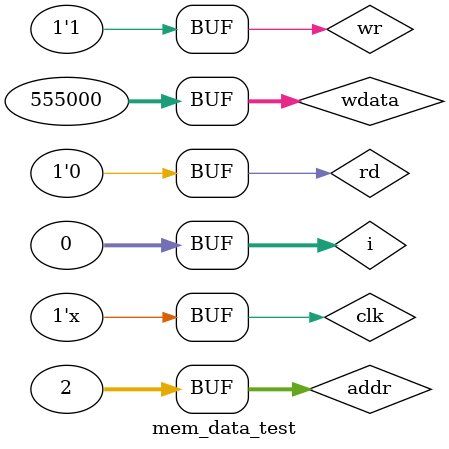
<source format=v>
`timescale 1ns / 1ps
module mem_data_test();

reg clk;
reg [31:0] addr;
reg rd;
reg wr;
reg [31:0] wdata;
wire [31:0] rdata;

integer i;
initial begin
	clk <= 0;
	for(i=0; i<31; i=i+1) begin
		wdata <= 0;
	   addr <= 0; 
	end
	rd <= 0;
	wr <= 1;
	wdata <= 555000;
	addr <= 2;
	i=0;
end

always begin
#500 clk = ~clk;
	//rd <= 0;
	//addr <= 2;
	/*if(i==1)begin
		wr <= 1;
		wdata <= 10;
		addr <= 2;
	end
	i = i +1;*/
end;

mem_data mem(
.clk(clk),
.addr(addr),
.mem_read_control(rd),
.write_data_control(wr),
.wdata(wdata),

//output
.rdata(rdata)
);

endmodule

</source>
